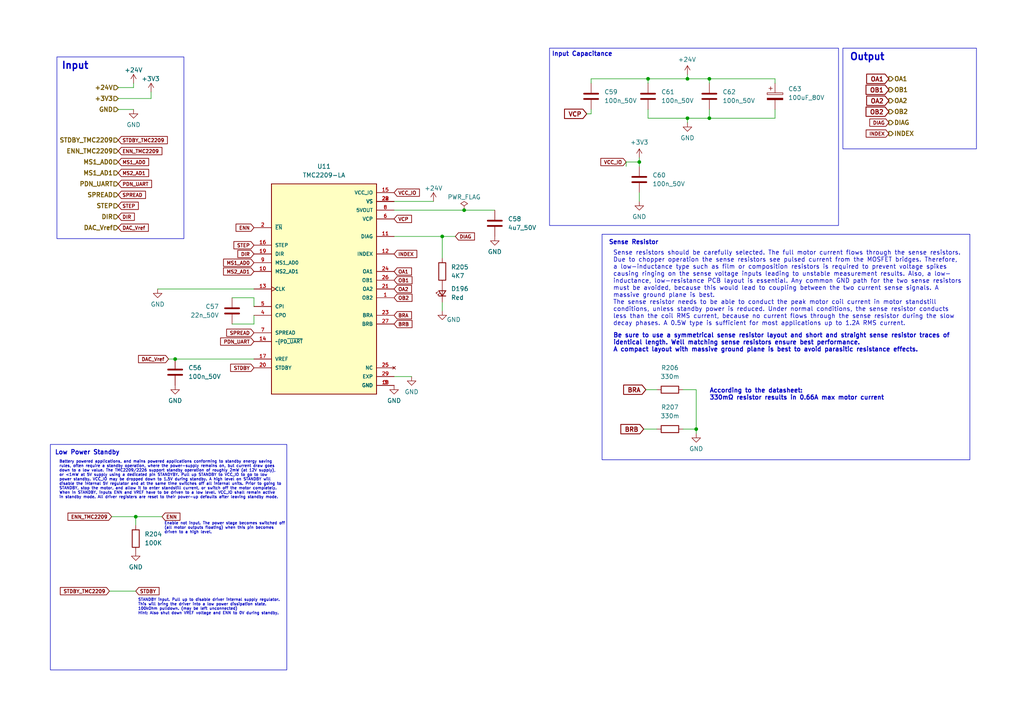
<source format=kicad_sch>
(kicad_sch (version 20231120) (generator "eeschema") (generator_version "8.0")
  (paper "A4")
  (lib_symbols
    (symbol "_C_0402:100n_50V" (pin_numbers hide) (pin_names (offset 0.254))
      (property "Reference" "C" (at 0.635 2.54 0))
      (property "Value" "100n_50V" (at 0.635 -2.54 0))
      (symbol "100n_50V_0_1"
        (polyline (pts (xy -2.032 -0.762) (xy 2.032 -0.762)) (stroke (width 0.508)))
        (polyline (pts (xy -2.032 0.762) (xy 2.032 0.762)) (stroke (width 0.508)))
      )
      (symbol "100n_50V_1_1"
        (pin passive line (at 0 3.81 270) (length 2.794) (name "~") (number "1"))
        (pin passive line (at 0 -3.81 90) (length 2.794) (name "~") (number "2"))
      )
    )
    (symbol "_C_0402:22n_50V" (pin_numbers hide) (pin_names (offset 0.254))
      (property "Reference" "C" (at 0.635 2.54 0))
      (property "Value" "22n_50V" (at 0.635 -2.54 0))
      (symbol "22n_50V_0_1"
        (polyline (pts (xy -2.032 -0.762) (xy 2.032 -0.762)) (stroke (width 0.508)))
        (polyline (pts (xy -2.032 0.762) (xy 2.032 0.762)) (stroke (width 0.508)))
      )
      (symbol "22n_50V_1_1"
        (pin passive line (at 0 3.81 270) (length 2.794) (name "~") (number "1"))
        (pin passive line (at 0 -3.81 90) (length 2.794) (name "~") (number "2"))
      )
    )
    (symbol "_C_1206:4u7_50V" (pin_numbers hide) (pin_names (offset 0.254))
      (property "Reference" "C" (at 0.635 2.54 0))
      (property "Value" "4u7_50V" (at 0.635 -2.54 0))
      (symbol "4u7_50V_0_1"
        (polyline (pts (xy -2.032 -0.762) (xy 2.032 -0.762)) (stroke (width 0.508)))
        (polyline (pts (xy -2.032 0.762) (xy 2.032 0.762)) (stroke (width 0.508)))
      )
      (symbol "4u7_50V_1_1"
        (pin passive line (at 0 3.81 270) (length 2.794) (name "~") (number "1"))
        (pin passive line (at 0 -3.81 90) (length 2.794) (name "~") (number "2"))
      )
    )
    (symbol "_C_Polarized:100uF_80V" (pin_numbers hide) (pin_names (offset 0.254))
      (property "Reference" "C" (at 0.635 2.54 0))
      (property "Value" "100uF_80V" (at 0.635 -2.54 0))
      (symbol "100uF_80V_0_1"
        (rectangle (start -2.286 0.508) (end 2.286 1.016))
        (polyline (pts (xy -1.778 2.286) (xy -0.762 2.286)))
        (polyline (pts (xy -1.27 2.794) (xy -1.27 1.778)))
        (rectangle (start 2.286 -0.508) (end -2.286 -1.016) (fill (type outline)))
      )
      (symbol "100uF_80V_1_1"
        (pin passive line (at 0 3.81 270) (length 2.794) (name "~") (number "1"))
        (pin passive line (at 0 -3.81 90) (length 2.794) (name "~") (number "2"))
      )
    )
    (symbol "_Driver_Motor:TMC2209-LA" (pin_names (offset 1.016))
      (property "Reference" "U" (at -15.24 30.48 0))
      (property "Value" "TMC2209-LA" (at -15.24 -33.02 0))
      (symbol "TMC2209-LA_0_0"
        (rectangle (start -15.24 -30.48) (end 15.24 30.48) (stroke (width 0.254)) (fill (type background)))
        (pin output line (at 20.32 -2.54 180) (length 5.08) (name "OB2") (number "1"))
        (pin input line (at -20.32 5.08 0) (length 5.08) (name "MS2_AD1") (number "10"))
        (pin output line (at 20.32 15.24 180) (length 5.08) (name "DIAG") (number "11"))
        (pin output line (at 20.32 10.16 180) (length 5.08) (name "INDEX") (number "12"))
        (pin input clock (at -20.32 0 0) (length 5.08) (name "CLK") (number "13"))
        (pin bidirectional line (at -20.32 -15.24 0) (length 5.08) (name "~{PD~{_UART}") (number "14"))
        (pin power_in line (at 20.32 27.94 180) (length 5.08) (name "VCC_IO") (number "15"))
        (pin input line (at -20.32 12.7 0) (length 5.08) (name "STEP") (number "16"))
        (pin input line (at -20.32 -20.32 0) (length 5.08) (name "VREF") (number "17"))
        (pin power_in line (at 20.32 -27.94 180) (length 5.08) (name "GND") (number "18"))
        (pin input line (at -20.32 10.16 0) (length 5.08) (name "DIR") (number "19"))
        (pin input line (at -20.32 17.78 0) (length 5.08) (name "~{EN}") (number "2"))
        (pin input line (at -20.32 -22.86 0) (length 5.08) (name "STDBY") (number "20"))
        (pin output line (at 20.32 0 180) (length 5.08) (name "OA2") (number "21"))
        (pin power_in line (at 20.32 25.4 180) (length 5.08) (name "VS") (number "22"))
        (pin bidirectional line (at 20.32 -7.62 180) (length 5.08) (name "BRA") (number "23"))
        (pin output line (at 20.32 5.08 180) (length 5.08) (name "OA1") (number "24"))
        (pin no_connect line (at 20.32 -22.86 180) (length 5.08) (name "NC") (number "25"))
        (pin output line (at 20.32 2.54 180) (length 5.08) (name "OB1") (number "26"))
        (pin bidirectional line (at 20.32 -10.16 180) (length 5.08) (name "BRB") (number "27"))
        (pin power_in line (at 20.32 25.4 180) (length 5.08) (name "VS") (number "28"))
        (pin power_in line (at 20.32 -25.4 180) (length 5.08) (name "EXP") (number "29"))
        (pin power_in line (at 20.32 -27.94 180) (length 5.08) (name "GND") (number "3"))
        (pin output line (at -20.32 -7.62 0) (length 5.08) (name "CPO") (number "4"))
        (pin input line (at -20.32 -5.08 0) (length 5.08) (name "CPI") (number "5"))
        (pin power_in line (at 20.32 20.32 180) (length 5.08) (name "VCP") (number "6"))
        (pin input line (at -20.32 -12.7 0) (length 5.08) (name "SPREAD") (number "7"))
        (pin power_in line (at 20.32 22.86 180) (length 5.08) (name "5VOUT") (number "8"))
        (pin input line (at -20.32 7.62 0) (length 5.08) (name "MS1_AD0") (number "9"))
      )
    )
    (symbol "_LED:Red" (pin_numbers hide) (pin_names (offset 0.254) hide)
      (property "Reference" "D" (at -1.27 3.175 0))
      (property "Value" "Red" (at -4.445 -2.54 0))
      (symbol "Red_0_1"
        (polyline (pts (xy -0.762 -1.016) (xy -0.762 1.016)) (stroke (width 0.254)))
        (polyline (pts (xy 1.016 0) (xy -0.762 0)))
        (polyline (pts (xy 0.762 -1.016) (xy -0.762 0) (xy 0.762 1.016) (xy 0.762 -1.016)) (stroke (width 0.254)))
        (polyline (pts (xy 0 0.762) (xy -0.508 1.27) (xy -0.254 1.27) (xy -0.508 1.27) (xy -0.508 1.016)))
        (polyline (pts (xy 0.508 1.27) (xy 0 1.778) (xy 0.254 1.778) (xy 0 1.778) (xy 0 1.524)))
      )
      (symbol "Red_1_1"
        (pin passive line (at -2.54 0 0) (length 1.778) (name "K") (number "1"))
        (pin passive line (at 2.54 0 180) (length 1.778) (name "A") (number "2"))
      )
    )
    (symbol "_R_0402:100K" (pin_numbers hide) (pin_names (offset 0))
      (property "Reference" "R" (at 2.032 0 90))
      (property "Value" "100K" (at 0 0 90))
      (symbol "100K_0_1"
        (rectangle (start -1.016 -2.54) (end 1.016 2.54) (stroke (width 0.254)))
      )
      (symbol "100K_1_1"
        (pin passive line (at 0 3.81 270) (length 1.27) (name "~") (number "1"))
        (pin passive line (at 0 -3.81 90) (length 1.27) (name "~") (number "2"))
      )
    )
    (symbol "_R_0603:4K7" (pin_numbers hide) (pin_names (offset 0))
      (property "Reference" "R" (at 2.032 0 90))
      (property "Value" "4K7" (at 0 0 90))
      (symbol "4K7_0_1"
        (rectangle (start -1.016 -2.54) (end 1.016 2.54) (stroke (width 0.254)))
      )
      (symbol "4K7_1_1"
        (pin passive line (at 0 3.81 270) (length 1.27) (name "~") (number "1"))
        (pin passive line (at 0 -3.81 90) (length 1.27) (name "~") (number "2"))
      )
    )
    (symbol "_R_1210:330m" (pin_numbers hide) (pin_names (offset 0))
      (property "Reference" "R" (at 2.032 0 90))
      (property "Value" "330m" (at 0 0 90))
      (symbol "330m_0_1"
        (rectangle (start -1.016 -2.54) (end 1.016 2.54) (stroke (width 0.254)))
      )
      (symbol "330m_1_1"
        (pin passive line (at 0 3.81 270) (length 1.27) (name "~") (number "1"))
        (pin passive line (at 0 -3.81 90) (length 1.27) (name "~") (number "2"))
      )
    )
    (symbol "power:+24V" (power) (pin_names (offset 0))
      (property "Value" "+24V" (at 0 3.556 0))
      (symbol "+24V_0_1"
        (polyline (pts (xy -0.762 1.27) (xy 0 2.54)))
        (polyline (pts (xy 0 0) (xy 0 2.54)))
        (polyline (pts (xy 0 2.54) (xy 0.762 1.27)))
      )
      (symbol "+24V_1_1"
        (pin power_in line (at 0 0 90) (length 0) hide (name "+24V") (number "1"))
      )
    )
    (symbol "power:+3V3" (power) (pin_names (offset 0))
      (property "Value" "+3V3" (at 0 3.556 0))
      (symbol "+3V3_0_1"
        (polyline (pts (xy -0.762 1.27) (xy 0 2.54)))
        (polyline (pts (xy 0 0) (xy 0 2.54)))
        (polyline (pts (xy 0 2.54) (xy 0.762 1.27)))
      )
      (symbol "+3V3_1_1"
        (pin power_in line (at 0 0 90) (length 0) hide (name "+3V3") (number "1"))
      )
    )
    (symbol "power:GND" (power) (pin_names (offset 0))
      (property "Value" "GND" (at 0 -3.81 0))
      (symbol "GND_0_1"
        (polyline (pts (xy 0 0) (xy 0 -1.27) (xy 1.27 -1.27) (xy 0 -2.54) (xy -1.27 -1.27) (xy 0 -1.27)))
      )
      (symbol "GND_1_1"
        (pin power_in line (at 0 0 270) (length 0) hide (name "GND") (number "1"))
      )
    )
    (symbol "power:PWR_FLAG" (power) (pin_numbers hide) (pin_names (offset 0) hide)
      (property "Value" "PWR_FLAG" (at 0 3.81 0))
      (symbol "PWR_FLAG_0_0"
        (pin power_out line (at 0 0 90) (length 0) (name "pwr") (number "1"))
      )
      (symbol "PWR_FLAG_0_1"
        (polyline (pts (xy 0 0) (xy 0 1.27) (xy -1.016 1.905) (xy 0 2.54) (xy 1.016 1.905) (xy 0 1.27)))
      )
    )
  )
  (junction (at 187.96 22.86))
  (junction (at 39.37 149.86))
  (junction (at 128.27 68.58))
  (junction (at 199.39 34.29))
  (junction (at 134.62 60.96))
  (junction (at 199.39 22.86))
  (junction (at 205.74 22.86))
  (junction (at 50.8 104.14))
  (junction (at 205.74 34.29))
  (junction (at 201.93 124.46))
  (junction (at 185.42 46.99))
  (wire (pts (xy 199.39 34.29) (xy 205.74 34.29)))
  (wire (pts (xy 186.69 124.46) (xy 190.5 124.46)))
  (wire (pts (xy 48.895 104.14) (xy 50.8 104.14)))
  (wire (pts (xy 132.08 68.58) (xy 128.27 68.58)))
  (wire (pts (xy 67.31 93.98) (xy 73.66 93.98)))
  (wire (pts (xy 187.96 31.75) (xy 187.96 34.29)))
  (wire (pts (xy 171.45 22.86) (xy 187.96 22.86)))
  (wire (pts (xy 45.72 83.82) (xy 73.66 83.82)))
  (wire (pts (xy 171.45 31.75) (xy 171.45 33.02)))
  (wire (pts (xy 205.74 22.86) (xy 224.79 22.86)))
  (wire (pts (xy 34.29 31.75) (xy 38.735 31.75)))
  (wire (pts (xy 171.45 22.86) (xy 171.45 24.13)))
  (wire (pts (xy 187.325 113.03) (xy 190.5 113.03)))
  (wire (pts (xy 187.96 22.86) (xy 199.39 22.86)))
  (wire (pts (xy 187.96 22.86) (xy 187.96 24.13)))
  (wire (pts (xy 224.79 31.75) (xy 224.79 34.29)))
  (wire (pts (xy 50.8 104.14) (xy 73.66 104.14)))
  (wire (pts (xy 67.31 86.36) (xy 73.66 86.36)))
  (wire (pts (xy 185.42 46.99) (xy 185.42 48.26)))
  (wire (pts (xy 201.93 113.03) (xy 198.12 113.03)))
  (wire (pts (xy 185.42 55.88) (xy 185.42 58.42)))
  (wire (pts (xy 31.75 171.45) (xy 39.37 171.45)))
  (wire (pts (xy 198.12 124.46) (xy 201.93 124.46)))
  (wire (pts (xy 128.27 68.58) (xy 128.27 74.93)))
  (wire (pts (xy 128.27 68.58) (xy 114.3 68.58)))
  (wire (pts (xy 199.39 21.59) (xy 199.39 22.86)))
  (wire (pts (xy 73.66 86.36) (xy 73.66 88.9)))
  (wire (pts (xy 199.39 34.29) (xy 199.39 35.56)))
  (wire (pts (xy 38.735 25.4) (xy 34.29 25.4)))
  (wire (pts (xy 187.96 34.29) (xy 199.39 34.29)))
  (wire (pts (xy 114.3 58.42) (xy 125.73 58.42)))
  (wire (pts (xy 39.37 149.86) (xy 46.99 149.86)))
  (wire (pts (xy 73.66 91.44) (xy 73.66 93.98)))
  (wire (pts (xy 181.61 46.99) (xy 185.42 46.99)))
  (wire (pts (xy 185.42 46.99) (xy 185.42 45.72)))
  (wire (pts (xy 34.29 28.575) (xy 43.815 28.575)))
  (wire (pts (xy 201.93 124.46) (xy 201.93 125.73)))
  (wire (pts (xy 224.79 34.29) (xy 205.74 34.29)))
  (wire (pts (xy 39.37 149.86) (xy 39.37 152.4)))
  (wire (pts (xy 114.3 60.96) (xy 134.62 60.96)))
  (wire (pts (xy 43.815 26.67) (xy 43.815 28.575)))
  (wire (pts (xy 201.93 113.03) (xy 201.93 124.46)))
  (wire (pts (xy 134.62 60.96) (xy 143.51 60.96)))
  (wire (pts (xy 224.79 22.86) (xy 224.79 24.13)))
  (wire (pts (xy 38.735 24.13) (xy 38.735 25.4)))
  (wire (pts (xy 32.385 149.86) (xy 39.37 149.86)))
  (wire (pts (xy 205.74 22.86) (xy 205.74 24.13)))
  (wire (pts (xy 114.3 109.22) (xy 119.38 109.22)))
  (wire (pts (xy 128.27 90.17) (xy 128.27 87.63)))
  (wire (pts (xy 199.39 22.86) (xy 205.74 22.86)))
  (wire (pts (xy 181.61 46.99) (xy 181.61 48.26)))
  (wire (pts (xy 205.74 31.75) (xy 205.74 34.29)))
  (wire (pts (xy 171.45 33.02) (xy 170.18 33.02)))
  (rectangle (start 159.385 13.97) (end 243.205 65.405))
  (rectangle (start 244.475 13.97) (end 283.21 43.18))
  (rectangle (start 16.51 16.51) (end 53.34 69.215))
  (rectangle (start 14.605 128.905) (end 83.185 194.31))
  (rectangle (start 174.625 67.945) (end 281.305 133.35))
  (text "STANDBY input. Pull up to disable driver internal supply regulator.\nThis will bring the driver into a low power dissipation state.\n100kOhm pulldown. (may be left unconnected)\nHint: Also shut down VREF voltage and ENN to 0V during standby." (at 40.005 178.435 0) (effects (font (size 0.8 0.8)) (justify left bottom)))
  (text "Output" (at 246.38 17.78 0) (effects (font (size 2 2) (thickness 0.4) (bold yes)) (justify left bottom)))
  (text "Sense resistors should be carefully selected. The full motor current flows through the sense resistors.\nDue to chopper operation the sense resistors see pulsed current from the MOSFET bridges. Therefore,\na low-inductance type such as film or composition resistors is required to prevent voltage spikes\ncausing ringing on the sense voltage inputs leading to unstable measurement results. Also, a low-\ninductance, low-resistance PCB layout is essential. Any common GND path for the two sense resistors\nmust be avoided, because this would lead to coupling between the two current sense signals. A\nmassive ground plane is best.\nThe sense resistor needs to be able to conduct the peak motor coil current in motor standstill\nconditions, unless standby power is reduced. Under normal conditions, the sense resistor conducts\nless than the coil RMS current, because no current flows through the sense resistor during the slow\ndecay phases. A 0.5W type is sufficient for most applications up to 1.2A RMS current." (at 177.8 94.615 0) (effects (font (size 1.27 1.27)) (justify left bottom)))
  (text "Enable not input. The power stage becomes switched off\n(all motor outputs floating) when this pin becomes\ndriven to a high level." (at 47.625 154.94 0) (effects (font (size 0.8 0.8)) (justify left bottom)))
  (text "Low Power Standby" (at 15.875 132.08 0) (effects (font (size 1.27 1.27) (bold yes)) (justify left bottom)))
  (text "Be sure to use a symmetrical sense resistor layout and short and straight sense resistor traces of\nidentical length. Well matching sense resistors ensure best performance.\nA compact layout with massive ground plane is best to avoid parasitic resistance effects." (at 177.8 102.235 0) (effects (font (size 1.27 1.27) (thickness 0.254) (bold yes)) (justify left bottom)))
  (text "According to the datasheet:\n330mΩ resistor results in 0.66A max motor current" (at 205.74 116.205 0) (effects (font (size 1.27 1.27) (bold yes)) (justify left bottom)))
  (text "Sense Resistor" (at 176.53 71.12 0) (effects (font (size 1.27 1.27) (bold yes)) (justify left bottom)))
  (text "Battery powered applications, and mains powered applications conforming to standby energy saving\nrules, often require a standby operation, where the power-supply remains on, but current draw goes\ndown to a low value. The TMC2209/2226 support standby operation of roughly 2mW (at 12V supply),\nor <1mW at 5V supply using a dedicated pin STANDYBY. Pull up STANDBY to VCC_IO to go to low\npower standby. VCC_IO may be dropped down to 1.5V during standby. A high level on STANDBY will\ndisable the internal 5V regulator and at the same time switches off all internal units. Prior to going to\nSTANDBY, stop the motor, and allow it to enter standstill current, or switch off the motor completely.\nWhen in STANDBY, inputs ENN and VREF have to be driven to a low level. VCC_IO shall remain active\nin standby mode. All driver registers are reset to their power-up defaults after leaving standby mode." (at 17.145 144.78 0) (effects (font (size 0.8 0.8)) (justify left bottom)))
  (text "Input Capacitance" (at 160.02 16.51 0) (effects (font (size 1.27 1.27) (bold yes)) (justify left bottom)))
  (text "Input" (at 17.78 20.32 0) (effects (font (size 2 2) (thickness 0.4) (bold yes)) (justify left bottom)))
  (global_label "ENN" (shape input) (at 73.66 66.04 180) (effects (font (size 1 1) (bold yes))) (property "Intersheetrefs" "${INTERSHEET_REFS}" (effects (hide yes))))
  (global_label "DAC_Vref" (shape input) (at 48.895 104.14 180) (effects (font (size 1 1) (bold yes))) (property "Intersheetrefs" "${INTERSHEET_REFS}" (effects (hide yes))))
  (global_label "BRA" (shape input) (at 114.3 91.44 0) (effects (font (size 1 1) (bold yes))) (property "Intersheetrefs" "${INTERSHEET_REFS}" (effects (hide yes))))
  (global_label "INDEX" (shape input) (at 257.81 38.735 180) (effects (font (size 1 1) (bold yes))) (property "Intersheetrefs" "${INTERSHEET_REFS}" (effects (hide yes))))
  (global_label "ENN" (shape input) (at 46.99 149.86 0) (effects (font (size 1 1) (bold yes))) (property "Intersheetrefs" "${INTERSHEET_REFS}" (effects (hide yes))))
  (global_label "VCP" (shape input) (at 170.18 33.02 180) (effects (font (bold yes))) (property "Intersheetrefs" "${INTERSHEET_REFS}" (effects (hide yes))))
  (global_label "STDBY" (shape input) (at 39.37 171.45 0) (effects (font (size 1 1) (bold yes))) (property "Intersheetrefs" "${INTERSHEET_REFS}" (effects (hide yes))))
  (global_label "MS2_AD1" (shape input) (at 34.29 50.165 0) (effects (font (size 1 1) (bold yes))) (property "Intersheetrefs" "${INTERSHEET_REFS}" (effects (hide yes))))
  (global_label "BRA" (shape input) (at 187.325 113.03 180) (effects (font (bold yes))) (property "Intersheetrefs" "${INTERSHEET_REFS}" (effects (hide yes))))
  (global_label "SPREAD" (shape input) (at 73.66 96.52 180) (effects (font (size 1 1) (bold yes))) (property "Intersheetrefs" "${INTERSHEET_REFS}" (effects (hide yes))))
  (global_label "VCC_IO" (shape input) (at 181.61 46.99 180) (effects (font (size 1 1) (bold yes))) (property "Intersheetrefs" "${INTERSHEET_REFS}" (effects (hide yes))))
  (global_label "VCP" (shape input) (at 114.3 63.5 0) (effects (font (size 1 1) (bold yes))) (property "Intersheetrefs" "${INTERSHEET_REFS}" (effects (hide yes))))
  (global_label "OB2" (shape input) (at 114.3 86.36 0) (effects (font (size 1 1) (bold yes))) (property "Intersheetrefs" "${INTERSHEET_REFS}" (effects (hide yes))))
  (global_label "MS1_AD0" (shape input) (at 34.29 46.99 0) (effects (font (size 1 1) (bold yes))) (property "Intersheetrefs" "${INTERSHEET_REFS}" (effects (hide yes))))
  (global_label "PDN_UART" (shape input) (at 34.29 53.34 0) (effects (font (size 1 1) (bold yes))) (property "Intersheetrefs" "${INTERSHEET_REFS}" (effects (hide yes))))
  (global_label "STEP" (shape input) (at 34.29 59.69 0) (effects (font (size 1 1) (bold yes))) (property "Intersheetrefs" "${INTERSHEET_REFS}" (effects (hide yes))))
  (global_label "DIR" (shape input) (at 73.66 73.66 180) (effects (font (size 1 1) (bold yes))) (property "Intersheetrefs" "${INTERSHEET_REFS}" (effects (hide yes))))
  (global_label "STEP" (shape input) (at 73.66 71.12 180) (effects (font (size 1 1) (bold yes))) (property "Intersheetrefs" "${INTERSHEET_REFS}" (effects (hide yes))))
  (global_label "MS2_AD1" (shape input) (at 73.66 78.74 180) (effects (font (size 1 1) (bold yes))) (property "Intersheetrefs" "${INTERSHEET_REFS}" (effects (hide yes))))
  (global_label "OA1" (shape input) (at 114.3 78.74 0) (effects (font (size 1 1) (bold yes))) (property "Intersheetrefs" "${INTERSHEET_REFS}" (effects (hide yes))))
  (global_label "DAC_Vref" (shape input) (at 34.29 66.04 0) (effects (font (size 1 1) (bold yes))) (property "Intersheetrefs" "${INTERSHEET_REFS}" (effects (hide yes))))
  (global_label "DIAG" (shape input) (at 257.81 35.56 180) (effects (font (size 1 1) (bold yes))) (property "Intersheetrefs" "${INTERSHEET_REFS}" (effects (hide yes))))
  (global_label "MS1_AD0" (shape input) (at 73.66 76.2 180) (effects (font (size 1 1) (bold yes))) (property "Intersheetrefs" "${INTERSHEET_REFS}" (effects (hide yes))))
  (global_label "OA1" (shape input) (at 257.81 22.86 180) (effects (font (bold yes))) (property "Intersheetrefs" "${INTERSHEET_REFS}" (effects (hide yes))))
  (global_label "STDBY" (shape input) (at 73.66 106.68 180) (effects (font (size 1 1) (bold yes))) (property "Intersheetrefs" "${INTERSHEET_REFS}" (effects (hide yes))))
  (global_label "OA2" (shape input) (at 257.81 29.21 180) (effects (font (bold yes))) (property "Intersheetrefs" "${INTERSHEET_REFS}" (effects (hide yes))))
  (global_label "VCC_IO" (shape input) (at 114.3 55.88 0) (effects (font (size 1 1) (bold yes))) (property "Intersheetrefs" "${INTERSHEET_REFS}" (effects (hide yes))))
  (global_label "STDBY_TMC2209" (shape input) (at 34.29 40.64 0) (effects (font (size 1 1) (bold yes))) (property "Intersheetrefs" "${INTERSHEET_REFS}" (effects (hide yes))))
  (global_label "BRB" (shape input) (at 114.3 93.98 0) (effects (font (size 1 1) (bold yes))) (property "Intersheetrefs" "${INTERSHEET_REFS}" (effects (hide yes))))
  (global_label "STDBY_TMC2209" (shape input) (at 31.75 171.45 180) (effects (font (size 1 1) (bold yes))) (property "Intersheetrefs" "${INTERSHEET_REFS}" (effects (hide yes))))
  (global_label "ENN_TMC2209" (shape input) (at 32.385 149.86 180) (effects (font (size 1 1) (bold yes))) (property "Intersheetrefs" "${INTERSHEET_REFS}" (effects (hide yes))))
  (global_label "SPREAD" (shape input) (at 34.29 56.515 0) (effects (font (size 1 1) (bold yes))) (property "Intersheetrefs" "${INTERSHEET_REFS}" (effects (hide yes))))
  (global_label "OB1" (shape input) (at 114.3 81.28 0) (effects (font (size 1 1) (bold yes))) (property "Intersheetrefs" "${INTERSHEET_REFS}" (effects (hide yes))))
  (global_label "ENN_TMC2209" (shape input) (at 34.29 43.815 0) (effects (font (size 1 1) (bold yes))) (property "Intersheetrefs" "${INTERSHEET_REFS}" (effects (hide yes))))
  (global_label "OA2" (shape input) (at 114.3 83.82 0) (effects (font (size 1 1) (bold yes))) (property "Intersheetrefs" "${INTERSHEET_REFS}" (effects (hide yes))))
  (global_label "DIR" (shape input) (at 34.29 62.865 0) (effects (font (size 1 1) (bold yes))) (property "Intersheetrefs" "${INTERSHEET_REFS}" (effects (hide yes))))
  (global_label "INDEX" (shape input) (at 114.3 73.66 0) (effects (font (size 1 1) (bold yes))) (property "Intersheetrefs" "${INTERSHEET_REFS}" (effects (hide yes))))
  (global_label "OB2" (shape input) (at 257.81 32.385 180) (effects (font (bold yes))) (property "Intersheetrefs" "${INTERSHEET_REFS}" (effects (hide yes))))
  (global_label "DIAG" (shape input) (at 132.08 68.58 0) (effects (font (size 1 1) (bold yes))) (property "Intersheetrefs" "${INTERSHEET_REFS}" (effects (hide yes))))
  (global_label "OB1" (shape input) (at 257.81 26.035 180) (effects (font (bold yes))) (property "Intersheetrefs" "${INTERSHEET_REFS}" (effects (hide yes))))
  (global_label "PDN_UART" (shape input) (at 73.66 99.06 180) (effects (font (size 1 1) (bold yes))) (property "Intersheetrefs" "${INTERSHEET_REFS}" (effects (hide yes))))
  (global_label "BRB" (shape input) (at 186.69 124.46 180) (effects (font (bold yes))) (property "Intersheetrefs" "${INTERSHEET_REFS}" (effects (hide yes))))
  (hierarchical_label "DIAG" (shape output) (at 257.81 35.56 0) (effects (font (bold yes))))
  (hierarchical_label "ENN_TMC2209" (shape input) (at 34.29 43.815 180) (effects (font (bold yes))))
  (hierarchical_label "INDEX" (shape output) (at 257.81 38.735 0) (effects (font (bold yes))))
  (hierarchical_label "+24V" (shape input) (at 34.29 25.4 180) (effects (font (bold yes))))
  (hierarchical_label "OB1" (shape output) (at 257.81 26.035 0) (effects (font (bold yes))))
  (hierarchical_label "+3V3" (shape input) (at 34.29 28.575 180) (effects (font (bold yes))))
  (hierarchical_label "PDN_UART" (shape input) (at 34.29 53.34 180) (effects (font (bold yes))))
  (hierarchical_label "MS1_AD1" (shape input) (at 34.29 50.165 180) (effects (font (bold yes))))
  (hierarchical_label "SPREAD" (shape input) (at 34.29 56.515 180) (effects (font (bold yes))))
  (hierarchical_label "OB2" (shape output) (at 257.81 32.385 0) (effects (font (bold yes))))
  (hierarchical_label "GND" (shape input) (at 34.29 31.75 180) (effects (font (bold yes))))
  (hierarchical_label "OA1" (shape output) (at 257.81 22.86 0) (effects (font (bold yes))))
  (hierarchical_label "MS1_AD0" (shape input) (at 34.29 46.99 180) (effects (font (bold yes))))
  (hierarchical_label "DAC_Vref" (shape input) (at 34.29 66.04 180) (effects (font (bold yes))))
  (hierarchical_label "STEP" (shape input) (at 34.29 59.69 180) (effects (font (bold yes))))
  (hierarchical_label "DIR" (shape input) (at 34.29 62.865 180) (effects (font (bold yes))))
  (hierarchical_label "STDBY_TMC2209" (shape input) (at 34.29 40.64 180) (effects (font (bold yes))))
  (hierarchical_label "OA2" (shape output) (at 257.81 29.21 0) (effects (font (bold yes))))
  (symbol (lib_id "power:PWR_FLAG") (at 134.62 60.96 0) (unit 1)
    (property "Reference" "#FLG04" (effects (hide yes)))
    (property "Value" "PWR_FLAG" (at 134.62 57.15 0))
  )
  (symbol (lib_id "power:+24V") (at 199.39 21.59 0) (unit 1)
    (property "Reference" "#PWR0247" (effects (hide yes)))
    (property "Value" "+24V" (at 199.263 17.272 0))
  )
  (symbol (lib_id "power:GND") (at 199.39 35.56 0) (unit 1)
    (property "Reference" "#PWR0248" (effects (hide yes)))
    (property "Value" "GND" (at 199.39 40.005 0))
  )
  (symbol (lib_id "_R_0402:100K") (at 39.37 156.21 0) (unit 1)
    (property "Reference" "R204" (at 41.91 154.9399 0) (effects (justify left)))
    (property "Value" "100K" (at 41.91 157.4799 0) (effects (justify left)))
    (property "Footprint" "Resistor_SMD:R_0402_1005Metric" (effects (hide yes)))
    (property "Description" "Resistor 100K 1% 62.5mW 50V 0402" (effects (hide yes)))
    (property "MF" "UNI-ROYAL" (effects (hide yes)))
    (property "MPN" "0402WGF1003TCE" (effects (hide yes)))
    (property "OC_LCSC" "C25741" (effects (hide yes)))
  )
  (symbol (lib_id "_C_0402:100n_50V") (at 205.74 27.94 0) (unit 1)
    (property "Reference" "C62" (at 209.55 26.6699 0) (effects (justify left)))
    (property "Value" "100n_50V" (at 209.55 29.2099 0) (effects (justify left)))
    (property "Footprint" "Capacitor_SMD:C_0402_1005Metric" (effects (hide yes)))
    (property "Datasheet" "https://product.samsungsem.com/mlcc/CL05B104KB54PN.do" (effects (hide yes)))
    (property "Description" "Capacitor 100nF 50V X7R 10% 0402" (effects (hide yes)))
    (property "MF" "Samsung Electro-Mechanics" (effects (hide yes)))
    (property "MPN" "CL05B104KB54PNC" (effects (hide yes)))
    (property "OC_LCSC" "C307331" (effects (hide yes)))
  )
  (symbol (lib_id "_C_1206:4u7_50V") (at 143.51 64.77 0) (unit 1)
    (property "Reference" "C58" (at 147.32 63.4999 0) (effects (justify left)))
    (property "Value" "4u7_50V" (at 147.32 66.0399 0) (effects (justify left)))
    (property "Footprint" "Capacitor_SMD:C_1206_3216Metric" (effects (hide yes)))
    (property "Description" "Capacitor 4.7uF 50V X7R 10% 1206" (effects (hide yes)))
    (property "MF" "FH" (effects (hide yes)))
    (property "MPN" "1206B475K500NT" (effects (hide yes)))
    (property "OC_LCSC" "C29823" (effects (hide yes)))
  )
  (symbol (lib_id "_C_Polarized:100uF_80V") (at 224.79 27.94 0) (unit 1)
    (property "Reference" "C63" (at 228.6 25.7809 0) (effects (justify left)))
    (property "Value" "100uF_80V" (at 228.6 28.3209 0) (effects (justify left)))
    (property "Footprint" "Capacitor_SMD:CP_Elec_10x10" (effects (hide yes)))
    (property "Datasheet" "https://www.mouser.de/datasheet/2/231/161587245243-2307006.pdf" (effects (hide yes)))
    (property "Description" "Aluminum Electrolytic Capacitor 100uF 80V ±20% SMD,D10xL10mm" (effects (hide yes)))
    (property "MF" "Lelon" (effects (hide yes)))
    (property "MPN" "VZH101M1KTR-1010" (effects (hide yes)))
    (property "OC_LCSC" "C249838" (effects (hide yes)))
    (property "OC_MOUSER" "140-VZH101M1KTR1010 " (effects (hide yes)))
  )
  (symbol (lib_id "power:+24V") (at 125.73 58.42 0) (unit 1)
    (property "Reference" "#PWR0242" (effects (hide yes)))
    (property "Value" "+24V" (at 125.73 54.61 0))
  )
  (symbol (lib_id "power:+3V3") (at 185.42 45.72 0) (unit 1)
    (property "Reference" "#PWR0245" (effects (hide yes)))
    (property "Value" "+3V3" (at 185.42 41.275 0))
  )
  (symbol (lib_id "power:GND") (at 39.37 160.02 0) (unit 1)
    (property "Reference" "#PWR0236" (effects (hide yes)))
    (property "Value" "GND" (at 39.37 164.465 0))
  )
  (symbol (lib_id "_LED:Red") (at 128.27 85.09 90) (unit 1)
    (property "Reference" "D196" (at 130.81 83.7564 90) (effects (justify right)))
    (property "Value" "Red" (at 130.81 86.2964 90) (effects (justify right)))
    (property "Footprint" "LED_SMD:LED_0603_1608Metric" (effects (hide yes)))
    (property "Datasheet" "https://datasheet.lcsc.com/lcsc/1810231112_Hubei-KENTO-Elec-KT-0603R_C2286.pdf" (effects (hide yes)))
    (property "Description" "LED Red 0603" (effects (hide yes)))
    (property "MF" "Hubei KENTO Elec" (effects (hide yes)))
    (property "MPN" "KT-0603R" (effects (hide yes)))
    (property "OC_LCSC" "C2286" (effects (hide yes)))
  )
  (symbol (lib_id "_C_0402:100n_50V") (at 171.45 27.94 0) (unit 1)
    (property "Reference" "C59" (at 175.26 26.6699 0) (effects (justify left)))
    (property "Value" "100n_50V" (at 175.26 29.2099 0) (effects (justify left)))
    (property "Footprint" "Capacitor_SMD:C_0402_1005Metric" (effects (hide yes)))
    (property "Datasheet" "https://product.samsungsem.com/mlcc/CL05B104KB54PN.do" (effects (hide yes)))
    (property "Description" "Capacitor 100nF 50V X7R 10% 0402" (effects (hide yes)))
    (property "MF" "Samsung Electro-Mechanics" (effects (hide yes)))
    (property "MPN" "CL05B104KB54PNC" (effects (hide yes)))
    (property "OC_LCSC" "C307331" (effects (hide yes)))
  )
  (symbol (lib_id "_C_0402:100n_50V") (at 187.96 27.94 0) (unit 1)
    (property "Reference" "C61" (at 191.77 26.6699 0) (effects (justify left)))
    (property "Value" "100n_50V" (at 191.77 29.2099 0) (effects (justify left)))
    (property "Footprint" "Capacitor_SMD:C_0402_1005Metric" (effects (hide yes)))
    (property "Datasheet" "https://product.samsungsem.com/mlcc/CL05B104KB54PN.do" (effects (hide yes)))
    (property "Description" "Capacitor 100nF 50V X7R 10% 0402" (effects (hide yes)))
    (property "MF" "Samsung Electro-Mechanics" (effects (hide yes)))
    (property "MPN" "CL05B104KB54PNC" (effects (hide yes)))
    (property "OC_LCSC" "C307331" (effects (hide yes)))
  )
  (symbol (lib_id "power:GND") (at 50.8 111.76 0) (unit 1)
    (property "Reference" "#PWR0239" (effects (hide yes)))
    (property "Value" "GND" (at 50.8 116.205 0))
  )
  (symbol (lib_id "power:GND") (at 143.51 68.58 0) (unit 1)
    (property "Reference" "#PWR0244" (effects (hide yes)))
    (property "Value" "GND" (at 143.51 73.025 0))
  )
  (symbol (lib_id "power:GND") (at 185.42 58.42 0) (unit 1)
    (property "Reference" "#PWR0246" (effects (hide yes)))
    (property "Value" "GND" (at 185.42 62.865 0))
  )
  (symbol (lib_id "_R_0603:4K7") (at 128.27 78.74 0) (unit 1)
    (property "Reference" "R205" (at 130.81 77.4699 0) (effects (justify left)))
    (property "Value" "4K7" (at 130.81 80.0099 0) (effects (justify left)))
    (property "Footprint" "Resistor_SMD:R_0603_1608Metric" (effects (hide yes)))
    (property "Datasheet" "https://datasheet.lcsc.com/lcsc/2206010100_UNI-ROYAL-Uniroyal-Elec-0603WAF4701T5E_C23162.pdf" (effects (hide yes)))
    (property "Description" "Resistor 4K7 1% 100mW 75V 0603" (effects (hide yes)))
    (property "MF" "UNI-ROYAL" (effects (hide yes)))
    (property "MPN" "0603WAF4701T5E" (effects (hide yes)))
    (property "OC_LCSC" "C23162" (effects (hide yes)))
  )
  (symbol (lib_id "_R_1210:330m") (at 194.31 124.46 90) (unit 1)
    (property "Reference" "R207" (at 194.31 118.11 90))
    (property "Value" "330m" (at 194.31 120.65 90))
    (property "Footprint" "Resistor_SMD:R_1210_3225Metric" (effects (hide yes)))
    (property "Datasheet" "https://wmsc.lcsc.com/wmsc/upload/file/pdf/v2/lcsc/2201181800_FOJAN-FRL1210FR330TS_C2960935.pdf" (effects (hide yes)))
    (property "Description" "Resistor 330mΩ 1% 500mW 500V 1210" (effects (hide yes)))
    (property "MF" "FOJAN" (effects (hide yes)))
    (property "MPN" "FRL1210FR330TS" (effects (hide yes)))
    (property "OC_LCSC" "C2960935" (effects (hide yes)))
  )
  (symbol (lib_id "power:GND") (at 114.3 111.76 0) (unit 1)
    (property "Reference" "#PWR0240" (effects (hide yes)))
    (property "Value" "GND" (at 114.3 116.205 0))
  )
  (symbol (lib_id "_R_1210:330m") (at 194.31 113.03 90) (unit 1)
    (property "Reference" "R206" (at 194.31 106.68 90))
    (property "Value" "330m" (at 194.31 109.22 90))
    (property "Footprint" "Resistor_SMD:R_1210_3225Metric" (effects (hide yes)))
    (property "Datasheet" "https://wmsc.lcsc.com/wmsc/upload/file/pdf/v2/lcsc/2201181800_FOJAN-FRL1210FR330TS_C2960935.pdf" (effects (hide yes)))
    (property "Description" "Resistor 330mΩ 1% 500mW 500V 1210" (effects (hide yes)))
    (property "MF" "FOJAN" (effects (hide yes)))
    (property "MPN" "FRL1210FR330TS" (effects (hide yes)))
    (property "OC_LCSC" "C2960935" (effects (hide yes)))
  )
  (symbol (lib_id "_Driver_Motor:TMC2209-LA") (at 93.98 83.82 0) (unit 1)
    (property "Reference" "U11" (at 93.98 48.26 0))
    (property "Value" "TMC2209-LA" (at 93.98 50.8 0))
    (property "Footprint" "Package_DFN_QFN:QFN-28-1EP_5x5mm_P0.5mm_EP3.1x3.1mm_ThermalVias" (effects (hide yes)))
    (property "Datasheet" "https://www.analog.com/media/en/technical-documentation/data-sheets/TMC2209_datasheet_rev1.09.pdf" (effects (hide yes)))
    (property "Description" "TMC2209 Silent stepper motor driver with stealthChop2 and spreadCycle for efficient performance" (effects (hide yes)))
    (property "PARTREV" "1.08" (effects (hide yes)))
    (property "STANDARD" "IPC-7351B" (effects (hide yes)))
    (property "SNAPEDA_PN" "TMC2209-LA" (effects (hide yes)))
    (property "MAXIMUM_PACKAGE_HEIGHT" "0.90mm" (effects (hide yes)))
    (property "MANUFACTURER" "Trinamic" (effects (hide yes)))
    (property "MF" "TRINAMIC Motion Control GmbH" (effects (hide yes)))
    (property "MPN" "TMC2209-LA" (effects (hide yes)))
    (property "OC_LCSC" "C465949" (effects (hide yes)))
  )
  (symbol (lib_id "power:GND") (at 38.735 31.75 0) (unit 1)
    (property "Reference" "#PWR0235" (effects (hide yes)))
    (property "Value" "GND" (at 38.735 36.195 0))
  )
  (symbol (lib_id "power:GND") (at 45.72 83.82 0) (unit 1)
    (property "Reference" "#PWR0238" (effects (hide yes)))
    (property "Value" "GND" (at 45.72 88.265 0))
  )
  (symbol (lib_id "power:GND") (at 128.27 90.17 0) (unit 1)
    (property "Reference" "#PWR0243" (effects (hide yes)))
    (property "Value" "GND" (at 129.54 92.71 0) (effects (justify left)))
  )
  (symbol (lib_id "power:+24V") (at 38.735 24.13 0) (unit 1)
    (property "Reference" "#PWR0234" (effects (hide yes)))
    (property "Value" "+24V" (at 38.735 20.32 0))
  )
  (symbol (lib_id "power:GND") (at 119.38 109.22 0) (unit 1)
    (property "Reference" "#PWR0241" (effects (hide yes)))
    (property "Value" "GND" (at 119.38 113.665 0))
  )
  (symbol (lib_id "power:GND") (at 201.93 125.73 0) (unit 1)
    (property "Reference" "#PWR0249" (effects (hide yes)))
    (property "Value" "GND" (at 201.93 130.175 0))
  )
  (symbol (lib_id "_C_0402:100n_50V") (at 185.42 52.07 0) (unit 1)
    (property "Reference" "C60" (at 189.23 50.7999 0) (effects (justify left)))
    (property "Value" "100n_50V" (at 189.23 53.3399 0) (effects (justify left)))
    (property "Footprint" "Capacitor_SMD:C_0402_1005Metric" (effects (hide yes)))
    (property "Datasheet" "https://product.samsungsem.com/mlcc/CL05B104KB54PN.do" (effects (hide yes)))
    (property "Description" "Capacitor 100nF 50V X7R 10% 0402" (effects (hide yes)))
    (property "MF" "Samsung Electro-Mechanics" (effects (hide yes)))
    (property "MPN" "CL05B104KB54PNC" (effects (hide yes)))
    (property "OC_LCSC" "C307331" (effects (hide yes)))
  )
  (symbol (lib_id "_C_0402:22n_50V") (at 67.31 90.17 0) (mirror y) (unit 1)
    (property "Reference" "C57" (at 63.5 88.8999 0) (effects (justify left)))
    (property "Value" "22n_50V" (at 63.5 91.4399 0) (effects (justify left)))
    (property "Footprint" "Capacitor_SMD:C_0402_1005Metric" (effects (hide yes)))
    (property "Datasheet" "https://wmsc.lcsc.com/wmsc/upload/file/pdf/v2/lcsc/2304140030_FH--Guangdong-Fenghua-Advanced-Tech-0402B223K500NT_C1532.pdf" (effects (hide yes)))
    (property "Description" "Capacitor 22nF 50V X7R 10% 0402" (effects (hide yes)))
    (property "MF" "FH" (effects (hide yes)))
    (property "MPN" "0402B223K500NT" (effects (hide yes)))
    (property "OC_LCSC" "C1532" (effects (hide yes)))
  )
  (symbol (lib_id "_C_0402:100n_50V") (at 50.8 107.95 0) (unit 1)
    (property "Reference" "C56" (at 54.61 106.6799 0) (effects (justify left)))
    (property "Value" "100n_50V" (at 54.61 109.2199 0) (effects (justify left)))
    (property "Footprint" "Capacitor_SMD:C_0402_1005Metric" (effects (hide yes)))
    (property "Datasheet" "https://product.samsungsem.com/mlcc/CL05B104KB54PN.do" (effects (hide yes)))
    (property "Description" "Capacitor 100nF 50V X7R 10% 0402" (effects (hide yes)))
    (property "MF" "Samsung Electro-Mechanics" (effects (hide yes)))
    (property "MPN" "CL05B104KB54PNC" (effects (hide yes)))
    (property "OC_LCSC" "C307331" (effects (hide yes)))
  )
  (symbol (lib_id "power:+3V3") (at 43.815 26.67 0) (unit 1)
    (property "Reference" "#PWR0237" (effects (hide yes)))
    (property "Value" "+3V3" (at 43.688 22.86 0))
  )
)
</source>
